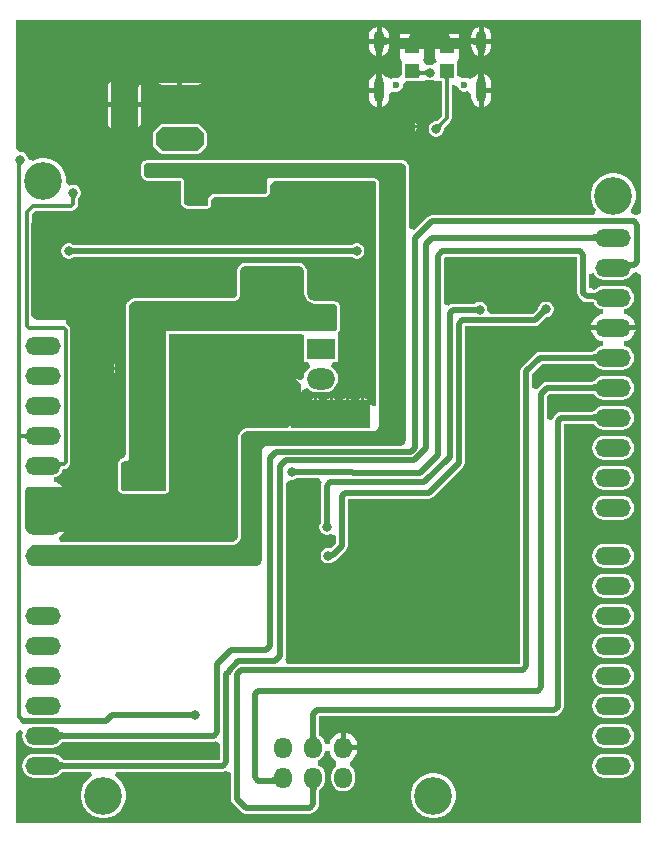
<source format=gbr>
G04*
G04 #@! TF.GenerationSoftware,Altium Limited,Altium Designer,24.2.2 (26)*
G04*
G04 Layer_Physical_Order=2*
G04 Layer_Color=16711680*
%FSLAX44Y44*%
%MOMM*%
G71*
G04*
G04 #@! TF.SameCoordinates,51CCD97A-84F4-4CAB-A56F-F063453576D0*
G04*
G04*
G04 #@! TF.FilePolarity,Positive*
G04*
G01*
G75*
%ADD20R,1.2000X1.2000*%
%ADD66C,0.5000*%
%ADD68C,0.3000*%
%ADD69C,3.2004*%
%ADD70O,3.0000X1.5000*%
%AMCUSTOMSHAPE71*
4,1,8,-1.0000,-1.5250,-0.5000,-2.0250,0.5000,-2.0250,1.0000,-1.5250,1.0000,1.5250,0.5000,2.0250,-0.5000,2.0250,-1.0000,1.5250,-1.0000,-1.5250,0.0*%
%ADD71CUSTOMSHAPE71*%

%AMCUSTOMSHAPE72*
4,1,8,-1.5250,1.0000,-2.0250,0.5000,-2.0250,-0.5000,-1.5250,-1.0000,1.5250,-1.0000,2.0250,-0.5000,2.0250,0.5000,1.5250,1.0000,-1.5250,1.0000,0.0*%
%ADD72CUSTOMSHAPE72*%

%ADD73O,2.4000X1.8000*%
%ADD74R,2.4000X1.8000*%
%ADD75O,0.9000X1.7000*%
%ADD76O,0.9000X2.0000*%
%ADD77C,0.6000*%
%ADD78O,1.5000X1.8000*%
%ADD79C,0.8000*%
%ADD80C,0.7000*%
%ADD81C,1.0000*%
%ADD82C,1.2000*%
G36*
X8972Y561530D02*
X8683Y561374D01*
X8425Y561190D01*
X8197Y560980D01*
X7999Y560743D01*
X7832Y560479D01*
X7696Y560188D01*
X7589Y559870D01*
X7514Y559525D01*
X7469Y559153D01*
X7454Y558754D01*
X4453Y559912D01*
X4445Y560292D01*
X4383Y561029D01*
X4329Y561386D01*
X4175Y562079D01*
X4076Y562414D01*
X3830Y563063D01*
X3685Y563376D01*
X8972Y561530D01*
D02*
G37*
G36*
X54623Y534091D02*
X54402Y533816D01*
X54207Y533526D01*
X54038Y533222D01*
X53895Y532903D01*
X53778Y532571D01*
X53687Y532225D01*
X53622Y531865D01*
X53583Y531490D01*
X53570Y531102D01*
X50570D01*
X50557Y531490D01*
X50518Y531865D01*
X50453Y532225D01*
X50362Y532571D01*
X50245Y532903D01*
X50102Y533222D01*
X49933Y533526D01*
X49738Y533816D01*
X49517Y534091D01*
X49270Y534353D01*
X54870D01*
X54623Y534091D01*
D02*
G37*
G36*
X242569Y683259D02*
X243580Y683260D01*
X244665Y682810D01*
X245008Y683172D01*
X532371D01*
Y520089D01*
X529003Y518029D01*
X525392Y518899D01*
X524379Y521620D01*
X524059Y522600D01*
X526109Y525669D01*
X527542Y529127D01*
X528272Y532799D01*
Y536541D01*
X527542Y540213D01*
X526109Y543671D01*
X524030Y546783D01*
X521383Y549430D01*
X518271Y551509D01*
X514813Y552942D01*
X511142Y553672D01*
X507398D01*
X503727Y552942D01*
X500269Y551509D01*
X497157Y549430D01*
X494510Y546783D01*
X492431Y543671D01*
X490998Y540213D01*
X490268Y536541D01*
Y532799D01*
X490998Y529127D01*
X492431Y525669D01*
X494510Y522557D01*
X494889Y522178D01*
X493232Y518178D01*
X355600D01*
X353649Y517790D01*
X351995Y516685D01*
X340559Y505248D01*
X336559Y506905D01*
X336559Y557529D01*
X336559Y558540D01*
X336559Y558540D01*
X336559Y558540D01*
X336454Y559071D01*
X336366Y559515D01*
X336366Y559515D01*
X336365Y559516D01*
X335592Y561383D01*
X335592Y561383D01*
X335592Y561384D01*
X335293Y561831D01*
X335040Y562210D01*
X335040Y562210D01*
X335039Y562211D01*
X333610Y563640D01*
X333610Y563640D01*
X333610Y563640D01*
X333167Y563936D01*
X332783Y564192D01*
X332783Y564192D01*
X332783Y564192D01*
X330915Y564965D01*
X330915Y564965D01*
X330915Y564966D01*
X330459Y565056D01*
X329940Y565159D01*
X329939Y565159D01*
X329939Y565159D01*
X328932Y565159D01*
X328930Y565159D01*
X115571Y565159D01*
X114813Y565159D01*
X114813Y565159D01*
X114812Y565159D01*
X114318Y565061D01*
X113838Y564966D01*
X113837Y564965D01*
X113837Y564965D01*
X112436Y564385D01*
X112436Y564385D01*
X112436Y564385D01*
X111991Y564088D01*
X111609Y563833D01*
X111609Y563833D01*
X111609Y563833D01*
X110537Y562761D01*
X110537Y562761D01*
X110537Y562760D01*
X110272Y562364D01*
X109984Y561934D01*
X109984Y561934D01*
X109984Y561933D01*
X109404Y560533D01*
X109404Y560532D01*
X109404Y560532D01*
X109315Y560083D01*
X109211Y559557D01*
X109211Y559557D01*
X109211Y559557D01*
X109211Y558798D01*
Y553721D01*
X109211Y552963D01*
X109211Y552962D01*
X109211Y552962D01*
X109317Y552429D01*
X109405Y551987D01*
X109405Y551987D01*
X109405Y551987D01*
X109985Y550587D01*
X109985Y550586D01*
Y550586D01*
X110537Y549759D01*
X110537Y549759D01*
X111609Y548688D01*
X111609Y548687D01*
X111609Y548687D01*
X112019Y548414D01*
X112436Y548135D01*
X112436Y548135D01*
X112436Y548135D01*
X113837Y547555D01*
X113837Y547555D01*
X113837Y547555D01*
X114266Y547469D01*
X114812Y547361D01*
X114812Y547361D01*
X114812Y547361D01*
X115570Y547361D01*
X142115D01*
X142358Y547337D01*
X142913Y547107D01*
X143247Y546773D01*
X143477Y546218D01*
X143501Y545972D01*
Y529591D01*
X143501Y528833D01*
X143501Y528833D01*
X143501Y528832D01*
X143594Y528364D01*
X143694Y527857D01*
X143695Y527857D01*
X143695Y527857D01*
X144275Y526456D01*
X144275Y526456D01*
X144275Y526456D01*
X144614Y525949D01*
X144827Y525629D01*
X144827Y525629D01*
X144827Y525629D01*
X145899Y524557D01*
X145899Y524557D01*
X145899Y524557D01*
X146215Y524346D01*
X146726Y524005D01*
X146726Y524005D01*
X146726Y524005D01*
X148126Y523425D01*
X148127Y523425D01*
X148127Y523425D01*
X148602Y523330D01*
X149102Y523231D01*
X149102Y523231D01*
X149102Y523231D01*
X149860Y523231D01*
X163830D01*
X164335Y523231D01*
X164335Y523231D01*
X164335Y523231D01*
X165310Y523425D01*
X165310Y523425D01*
X165311Y523425D01*
X166244Y523812D01*
X167071Y524364D01*
X167785Y525079D01*
X168338Y525906D01*
X168725Y526839D01*
X168725Y526839D01*
X168725Y526839D01*
X168919Y527814D01*
X168919Y527815D01*
X168919Y527815D01*
X168919Y528318D01*
X168919Y528320D01*
Y530735D01*
X168967Y531225D01*
X169387Y532238D01*
X170071Y532923D01*
X171085Y533343D01*
X171578Y533391D01*
X213360D01*
X213865Y533391D01*
X214841Y533585D01*
X215774Y533972D01*
X216601Y534524D01*
X217316Y535239D01*
X217566Y535614D01*
X217868Y536066D01*
X218255Y536999D01*
X218449Y537975D01*
Y538479D01*
X218449Y538480D01*
X218449Y543411D01*
X222399Y547361D01*
X305945Y547361D01*
X306436Y547313D01*
X307449Y546893D01*
X308133Y546209D01*
X308552Y545196D01*
X308601Y544702D01*
X308601Y356880D01*
X304720Y356593D01*
X304206Y358510D01*
X303530Y359682D01*
X303530Y359410D01*
X303530Y349250D01*
X303530Y340360D01*
X303530Y340360D01*
Y339855D01*
X303143Y338921D01*
X302429Y338207D01*
X301495Y337820D01*
X238760D01*
Y337820D01*
X238255Y337820D01*
X237321Y338207D01*
X236607Y338921D01*
X236220Y339855D01*
Y340360D01*
Y341630D01*
X236196D01*
X234063Y338227D01*
X233442Y337829D01*
X200660Y337829D01*
X199397D01*
X198421Y337635D01*
X196087Y336668D01*
X195261Y336116D01*
X193474Y334329D01*
X192922Y333502D01*
X191955Y331168D01*
X191761Y330193D01*
X191761Y328930D01*
X191761Y328930D01*
Y247713D01*
X191730Y247092D01*
X191476Y245813D01*
X191001Y244667D01*
X190312Y243635D01*
X189435Y242758D01*
X188403Y242069D01*
X187257Y241594D01*
X185979Y241339D01*
X185357Y241309D01*
X40968Y241309D01*
X40039Y244951D01*
X40079Y245309D01*
X42372Y247068D01*
X44215Y249470D01*
X44513Y250190D01*
X15240D01*
X15240D01*
X14482Y250190D01*
X13082Y250770D01*
X12010Y251842D01*
X11430Y253242D01*
X11430Y254000D01*
Y284480D01*
X11430Y285238D01*
X12010Y286638D01*
X13082Y287710D01*
X14482Y288290D01*
X15240Y288290D01*
X41909D01*
X42656Y288326D01*
X42773Y288350D01*
X42372Y288872D01*
X39970Y290715D01*
X37172Y291874D01*
X35385Y292109D01*
Y296144D01*
X36781Y296327D01*
X39213Y297335D01*
X41302Y298938D01*
X42905Y301027D01*
X43793Y303169D01*
X43962D01*
X43963Y303169D01*
X45523Y303480D01*
X46846Y304364D01*
X48604Y306121D01*
X48604Y306121D01*
X49488Y307445D01*
X49530Y307656D01*
X49530Y422502D01*
X49488Y422713D01*
X48604Y424036D01*
X48604Y424036D01*
X46846Y425794D01*
X46307Y426154D01*
X45795Y429016D01*
X45441Y429162D01*
X44450Y429260D01*
X22860Y429260D01*
X22860Y429260D01*
X21597D01*
X19263Y430227D01*
X17477Y432013D01*
X16510Y434347D01*
Y435610D01*
Y510540D01*
X16510Y511415D01*
X16778Y512765D01*
Y519011D01*
X19364Y521596D01*
X50354Y521835D01*
X51116Y521993D01*
X51883Y522146D01*
X51896Y522155D01*
X51912Y522158D01*
X52558Y522597D01*
X53206Y523030D01*
X54954Y524777D01*
X54954Y524778D01*
X55838Y526101D01*
X56148Y527661D01*
Y531511D01*
X56178Y531674D01*
X56217Y531823D01*
X56264Y531956D01*
X56318Y532078D01*
X56382Y532193D01*
X56458Y532305D01*
X56548Y532418D01*
X56724Y532604D01*
X56838Y532785D01*
X57271Y533219D01*
X58127Y534701D01*
X58570Y536354D01*
Y538066D01*
X58127Y539719D01*
X57271Y541201D01*
X56061Y542411D01*
X54579Y543267D01*
X52926Y543710D01*
X51214D01*
X49561Y543267D01*
X49274Y543101D01*
X45858Y545155D01*
X45654Y545407D01*
X45672Y545499D01*
Y549241D01*
X44942Y552913D01*
X43509Y556371D01*
X41430Y559483D01*
X38783Y562130D01*
X35671Y564209D01*
X32213Y565642D01*
X28542Y566372D01*
X24799D01*
X21127Y565642D01*
X17669Y564209D01*
X14132Y565839D01*
X13677Y566353D01*
X13327Y567659D01*
X12471Y569141D01*
X11261Y570351D01*
X9779Y571207D01*
X8126Y571650D01*
X6414D01*
X3568Y574950D01*
Y683172D01*
X88694D01*
X88907Y683260D01*
X242570D01*
X242569Y683259D01*
D02*
G37*
G36*
X496234Y494129D02*
X496169Y494601D01*
X495974Y495022D01*
X495648Y495395D01*
X495192Y495717D01*
X494606Y495990D01*
X493890Y496213D01*
X493044Y496387D01*
X492067Y496511D01*
X490960Y496585D01*
X489723Y496610D01*
Y501610D01*
X490960Y501635D01*
X493044Y501833D01*
X493890Y502007D01*
X494606Y502230D01*
X495192Y502503D01*
X495648Y502826D01*
X495974Y503198D01*
X496169Y503619D01*
X496234Y504091D01*
Y494129D01*
D02*
G37*
G36*
X522699Y478242D02*
X522825Y478217D01*
X523030Y478195D01*
X523675Y478160D01*
X526661Y478123D01*
Y473123D01*
X526180Y473122D01*
X524188Y472991D01*
X524171Y472961D01*
X522651Y478270D01*
X522699Y478242D01*
D02*
G37*
G36*
X495321Y444594D02*
X495364Y445067D01*
X495266Y445489D01*
X495026Y445862D01*
X494644Y446185D01*
X494122Y446459D01*
X493457Y446682D01*
X492652Y446856D01*
X491704Y446981D01*
X490616Y447055D01*
X489385Y447080D01*
X490316Y452080D01*
X491158Y452105D01*
X491975Y452179D01*
X492766Y452302D01*
X493532Y452475D01*
X494274Y452698D01*
X494990Y452970D01*
X495680Y453291D01*
X496345Y453661D01*
X496985Y454081D01*
X497600Y454551D01*
X495321Y444594D01*
D02*
G37*
G36*
X393383Y435350D02*
X393304Y435407D01*
X393183Y435458D01*
X393020Y435503D01*
X392816Y435542D01*
X392570Y435575D01*
X391954Y435623D01*
X390718Y435650D01*
Y440650D01*
X391171Y440653D01*
X392816Y440758D01*
X393020Y440797D01*
X393183Y440842D01*
X393304Y440893D01*
X393383Y440950D01*
Y435350D01*
D02*
G37*
G36*
X452174Y434304D02*
X452077Y434288D01*
X451956Y434239D01*
X451809Y434155D01*
X451637Y434039D01*
X451440Y433888D01*
X450970Y433486D01*
X450077Y432631D01*
X446541Y436167D01*
X446860Y436490D01*
X447948Y437727D01*
X448065Y437899D01*
X448149Y438046D01*
X448198Y438167D01*
X448214Y438264D01*
X452174Y434304D01*
D02*
G37*
G36*
X496234Y392529D02*
X496169Y393001D01*
X495974Y393422D01*
X495648Y393795D01*
X495192Y394117D01*
X494606Y394390D01*
X493890Y394613D01*
X493044Y394787D01*
X492067Y394911D01*
X490960Y394985D01*
X489723Y395010D01*
Y400010D01*
X490960Y400035D01*
X493044Y400233D01*
X493890Y400407D01*
X494606Y400630D01*
X495192Y400903D01*
X495648Y401226D01*
X495974Y401598D01*
X496169Y402019D01*
X496234Y402491D01*
Y392529D01*
D02*
G37*
G36*
X478772Y452509D02*
X479160Y450558D01*
X480265Y448904D01*
X483194Y445975D01*
X484848Y444870D01*
X486799Y444482D01*
X490881D01*
X491451Y444443D01*
X492216Y444343D01*
X492626Y444254D01*
X493035Y443267D01*
X494638Y441178D01*
X496727Y439575D01*
X499160Y438567D01*
X500555Y438384D01*
Y434349D01*
X498768Y434114D01*
X495970Y432955D01*
X493568Y431112D01*
X491725Y428710D01*
X490566Y425912D01*
X490434Y424910D01*
X528106D01*
X527974Y425912D01*
X526815Y428710D01*
X524972Y431112D01*
X522570Y432955D01*
X519772Y434114D01*
X517985Y434349D01*
Y438384D01*
X519380Y438567D01*
X521813Y439575D01*
X523902Y441178D01*
X525505Y443267D01*
X526513Y445700D01*
X526856Y448310D01*
X526513Y450920D01*
X525505Y453353D01*
X523902Y455442D01*
X521813Y457045D01*
X519380Y458053D01*
X516770Y458396D01*
X501770D01*
X499160Y458053D01*
X496727Y457045D01*
X496334Y456744D01*
X496245Y456710D01*
X496159Y456629D01*
X496053Y456577D01*
X495511Y456162D01*
X495024Y455843D01*
X494521Y455563D01*
X493998Y455320D01*
X493454Y455113D01*
X492885Y454942D01*
X490556Y456158D01*
X489720Y456809D01*
X488968Y457622D01*
Y468033D01*
X492968Y468829D01*
X493035Y468667D01*
X494638Y466578D01*
X496727Y464975D01*
X499160Y463967D01*
X501770Y463624D01*
X516770D01*
X519380Y463967D01*
X521813Y464975D01*
X523902Y466578D01*
X525505Y468667D01*
X525583Y468855D01*
X528850Y469769D01*
X532371Y467270D01*
Y3569D01*
X3569D01*
Y80041D01*
X7205Y82683D01*
X9427Y80080D01*
X9084Y77470D01*
X9427Y74859D01*
X10435Y72427D01*
X12038Y70338D01*
X14127Y68735D01*
X16559Y67727D01*
X19170Y67384D01*
X34170D01*
X36781Y67727D01*
X39213Y68735D01*
X41302Y70338D01*
X42646Y72089D01*
X42687Y72102D01*
X43274Y72222D01*
X44847Y72372D01*
X171061D01*
X172512Y72661D01*
X173659Y72303D01*
X176512Y70288D01*
Y57168D01*
X44706D01*
X44120Y57207D01*
X43314Y57310D01*
X42687Y57438D01*
X42646Y57451D01*
X41302Y59202D01*
X39213Y60805D01*
X36781Y61813D01*
X34170Y62156D01*
X19170D01*
X16559Y61813D01*
X14127Y60805D01*
X12038Y59202D01*
X10435Y57113D01*
X9427Y54681D01*
X9084Y52070D01*
X9427Y49460D01*
X10435Y47027D01*
X12038Y44938D01*
X14127Y43335D01*
X16559Y42327D01*
X19170Y41984D01*
X34170D01*
X36781Y42327D01*
X39213Y43335D01*
X41302Y44938D01*
X42646Y46689D01*
X42687Y46702D01*
X43274Y46822D01*
X44847Y46972D01*
X66706D01*
X67063Y46271D01*
X67665Y42972D01*
X65357Y41430D01*
X62710Y38783D01*
X60631Y35671D01*
X59198Y32213D01*
X58468Y28542D01*
Y24799D01*
X59198Y21127D01*
X60631Y17669D01*
X62710Y14557D01*
X65357Y11910D01*
X68469Y9831D01*
X71927Y8398D01*
X75599Y7668D01*
X79342D01*
X83013Y8398D01*
X86471Y9831D01*
X89583Y11910D01*
X92230Y14557D01*
X94309Y17669D01*
X95742Y21127D01*
X96472Y24799D01*
Y28542D01*
X95742Y32213D01*
X94309Y35671D01*
X92230Y38783D01*
X89583Y41430D01*
X87275Y42972D01*
X87877Y46271D01*
X88234Y46972D01*
X178681D01*
X180632Y47360D01*
X181402Y47875D01*
X184216Y46891D01*
X185402Y45925D01*
Y24130D01*
X185790Y22179D01*
X186895Y20525D01*
X194515Y12905D01*
X196169Y11800D01*
X198120Y11412D01*
X252341D01*
X254292Y11800D01*
X255946Y12905D01*
X258875Y15834D01*
X259980Y17488D01*
X260368Y19439D01*
Y29874D01*
X260407Y30460D01*
X260510Y31266D01*
X260638Y31893D01*
X260651Y31934D01*
X262402Y33278D01*
X264005Y35367D01*
X265013Y37799D01*
X265356Y40410D01*
Y43410D01*
X265013Y46020D01*
X264005Y48453D01*
X262402Y50542D01*
X260313Y52145D01*
X259588Y52445D01*
Y56775D01*
X260313Y57075D01*
X262402Y58678D01*
X264005Y60767D01*
X265013Y63200D01*
X265196Y64595D01*
X269231D01*
X269466Y62808D01*
X270625Y60010D01*
X272468Y57608D01*
X274535Y56022D01*
X274848Y54909D01*
X274761Y51481D01*
X273538Y50542D01*
X271935Y48453D01*
X270927Y46020D01*
X270584Y43410D01*
Y40410D01*
X270927Y37799D01*
X271935Y35367D01*
X273538Y33278D01*
X275627Y31675D01*
X278060Y30668D01*
X280670Y30324D01*
X283281Y30668D01*
X285713Y31675D01*
X287802Y33278D01*
X289405Y35367D01*
X290413Y37799D01*
X290756Y40410D01*
Y43410D01*
X290413Y46020D01*
X289405Y48453D01*
X287802Y50542D01*
X286579Y51480D01*
X286492Y54909D01*
X286805Y56022D01*
X288872Y57608D01*
X290715Y60010D01*
X291874Y62808D01*
X292203Y65310D01*
X280670D01*
Y67310D01*
X278670D01*
Y80146D01*
X277668Y80014D01*
X274870Y78855D01*
X272468Y77012D01*
X270625Y74610D01*
X269466Y71812D01*
X269231Y70025D01*
X265196D01*
X265013Y71420D01*
X264005Y73853D01*
X262402Y75942D01*
X260651Y77285D01*
X260638Y77327D01*
X260518Y77915D01*
X260368Y79487D01*
Y93962D01*
X459351D01*
X461302Y94350D01*
X462956Y95455D01*
X465885Y98384D01*
X466990Y100038D01*
X467378Y101989D01*
Y341612D01*
X491234D01*
X491820Y341573D01*
X492626Y341470D01*
X493253Y341342D01*
X493294Y341329D01*
X494638Y339578D01*
X496727Y337975D01*
X499160Y336967D01*
X501770Y336624D01*
X516770D01*
X519380Y336967D01*
X521813Y337975D01*
X523902Y339578D01*
X525505Y341667D01*
X526513Y344100D01*
X526856Y346710D01*
X526513Y349320D01*
X525505Y351753D01*
X523902Y353842D01*
X521813Y355445D01*
X519380Y356453D01*
X516770Y356796D01*
X501770D01*
X499160Y356453D01*
X496727Y355445D01*
X494638Y353842D01*
X493294Y352091D01*
X493253Y352078D01*
X492665Y351958D01*
X491093Y351808D01*
X465209D01*
X463258Y351420D01*
X461604Y350315D01*
X458675Y347386D01*
X457570Y345732D01*
X457408Y344917D01*
X453408Y345311D01*
Y364918D01*
X455502Y367012D01*
X491234D01*
X491820Y366973D01*
X492626Y366870D01*
X493253Y366742D01*
X493294Y366729D01*
X494638Y364978D01*
X496727Y363375D01*
X499160Y362367D01*
X501770Y362024D01*
X516770D01*
X519380Y362367D01*
X521813Y363375D01*
X523902Y364978D01*
X525505Y367067D01*
X526513Y369500D01*
X526856Y372110D01*
X526513Y374720D01*
X525505Y377153D01*
X523902Y379242D01*
X521813Y380845D01*
X519380Y381853D01*
X516770Y382196D01*
X501770D01*
X499160Y381853D01*
X496727Y380845D01*
X494638Y379242D01*
X493294Y377491D01*
X493253Y377478D01*
X492665Y377358D01*
X491093Y377208D01*
X453390D01*
X451439Y376820D01*
X449785Y375715D01*
X444708Y370638D01*
X444696Y370638D01*
X440708Y371852D01*
Y383968D01*
X449152Y392412D01*
X491234D01*
X491820Y392373D01*
X492626Y392270D01*
X493253Y392142D01*
X493294Y392129D01*
X494638Y390378D01*
X496727Y388775D01*
X499160Y387767D01*
X501770Y387424D01*
X516770D01*
X519380Y387767D01*
X521813Y388775D01*
X523902Y390378D01*
X525505Y392467D01*
X526513Y394899D01*
X526856Y397510D01*
X526513Y400121D01*
X525505Y402553D01*
X523902Y404642D01*
X521813Y406245D01*
X519380Y407253D01*
X517985Y407436D01*
Y411471D01*
X519772Y411706D01*
X522570Y412865D01*
X524972Y414708D01*
X526815Y417110D01*
X527974Y419908D01*
X528106Y420910D01*
X490434D01*
X490566Y419908D01*
X491725Y417110D01*
X493568Y414708D01*
X495970Y412865D01*
X498768Y411706D01*
X500555Y411471D01*
Y407436D01*
X499160Y407253D01*
X496727Y406245D01*
X494638Y404642D01*
X493294Y402891D01*
X493253Y402878D01*
X492665Y402758D01*
X491093Y402608D01*
X447040D01*
X445089Y402220D01*
X443435Y401115D01*
X432005Y389685D01*
X430900Y388031D01*
X430512Y386080D01*
Y138448D01*
X232923D01*
X231525Y142448D01*
X232040Y143218D01*
X232428Y145169D01*
Y291398D01*
X233110Y292238D01*
X236428Y294155D01*
X236634Y294100D01*
X238346D01*
X239999Y294543D01*
X241481Y295399D01*
X241562Y295479D01*
X241920Y295502D01*
X260523D01*
X262244Y291502D01*
X261990Y291122D01*
X261602Y289171D01*
Y257749D01*
X260951Y256621D01*
X260508Y254967D01*
Y253256D01*
X260951Y251603D01*
X261807Y250121D01*
X263017Y248910D01*
X264499Y248055D01*
X266152Y247612D01*
X267864D01*
X269517Y248055D01*
X270302Y248508D01*
X272720Y247684D01*
X274302Y246557D01*
Y240303D01*
X270043Y236044D01*
X268826Y236370D01*
X267114D01*
X265461Y235927D01*
X263979Y235071D01*
X262769Y233861D01*
X261913Y232379D01*
X261470Y230726D01*
Y229014D01*
X261913Y227361D01*
X262769Y225879D01*
X263979Y224669D01*
X265461Y223813D01*
X267114Y223370D01*
X268826D01*
X270479Y223813D01*
X271961Y224669D01*
X272883Y225591D01*
X273604Y225734D01*
X275258Y226839D01*
X283005Y234586D01*
X284110Y236240D01*
X284498Y238191D01*
Y278112D01*
X353060D01*
X355011Y278500D01*
X356665Y279605D01*
X382065Y305005D01*
X383170Y306659D01*
X383558Y308610D01*
Y424162D01*
X443170D01*
X445121Y424550D01*
X446775Y425655D01*
X452918Y431798D01*
X452925Y431804D01*
X453070D01*
X454723Y432247D01*
X456205Y433103D01*
X457415Y434313D01*
X458271Y435795D01*
X458714Y437448D01*
Y439160D01*
X458271Y440813D01*
X457415Y442295D01*
X456205Y443505D01*
X454723Y444361D01*
X453070Y444804D01*
X451358D01*
X449705Y444361D01*
X448223Y443505D01*
X447013Y442295D01*
X446157Y440813D01*
X445714Y439160D01*
Y439046D01*
X445477Y438777D01*
X441058Y434358D01*
X405970D01*
X402740Y437294D01*
Y439006D01*
X402297Y440659D01*
X401441Y442141D01*
X400231Y443351D01*
X398749Y444207D01*
X397096Y444650D01*
X395384D01*
X393731Y444207D01*
X392249Y443351D01*
X392169Y443271D01*
X391810Y443248D01*
X373769D01*
X371818Y442860D01*
X370164Y441755D01*
X369778Y441369D01*
X365778Y443026D01*
Y481758D01*
X366602Y482582D01*
X478772D01*
Y452509D01*
D02*
G37*
G36*
X496234Y367129D02*
X496169Y367601D01*
X495974Y368022D01*
X495648Y368395D01*
X495192Y368717D01*
X494606Y368990D01*
X493890Y369213D01*
X493044Y369387D01*
X492067Y369511D01*
X490960Y369585D01*
X489723Y369610D01*
Y374610D01*
X490960Y374635D01*
X493044Y374833D01*
X493890Y375007D01*
X494606Y375230D01*
X495192Y375503D01*
X495648Y375826D01*
X495974Y376198D01*
X496169Y376619D01*
X496234Y377091D01*
Y367129D01*
D02*
G37*
G36*
Y341729D02*
X496169Y342201D01*
X495974Y342622D01*
X495648Y342994D01*
X495192Y343317D01*
X494606Y343590D01*
X493890Y343813D01*
X493044Y343987D01*
X492067Y344111D01*
X490960Y344185D01*
X489723Y344210D01*
Y349210D01*
X490960Y349235D01*
X493044Y349433D01*
X493890Y349607D01*
X494606Y349830D01*
X495192Y350103D01*
X495648Y350425D01*
X495974Y350798D01*
X496169Y351219D01*
X496234Y351691D01*
Y341729D01*
D02*
G37*
G36*
X24514Y329312D02*
X24414Y329363D01*
X24219Y329409D01*
X23930Y329449D01*
X23071Y329514D01*
X19281Y329581D01*
Y332581D01*
X24514Y332850D01*
Y329312D01*
D02*
G37*
G36*
X115570Y562610D02*
X328930Y562610D01*
X328930Y562610D01*
X329940Y562610D01*
X331808Y561837D01*
X333237Y560408D01*
X334010Y558541D01*
X334010Y557530D01*
X334010Y328930D01*
X334010Y328930D01*
X334010Y327667D01*
X333043Y325333D01*
X331257Y323547D01*
X328923Y322580D01*
X215900D01*
X215900Y322580D01*
X215157Y322507D01*
X213783Y321938D01*
X212732Y320887D01*
X212163Y319513D01*
X212090Y318770D01*
X212090Y227330D01*
X212088Y227328D01*
X212088Y226065D01*
X211122Y223732D01*
X209336Y221946D01*
X207003Y220980D01*
X17022D01*
X15622Y221560D01*
X14550Y222632D01*
X13970Y224032D01*
Y224790D01*
Y233681D01*
X13969Y234692D01*
X14742Y236559D01*
X16172Y237988D01*
X18039Y238761D01*
X19050Y238760D01*
X185420Y238760D01*
X186291Y238803D01*
X188001Y239143D01*
X189611Y239810D01*
X191060Y240778D01*
X192292Y242010D01*
X193260Y243459D01*
X193927Y245069D01*
X194267Y246779D01*
X194310Y247650D01*
Y328930D01*
X194310Y328930D01*
X194310Y330193D01*
X195277Y332527D01*
X197063Y334313D01*
X199397Y335280D01*
X200660D01*
X306070Y335280D01*
X306070D01*
X307061Y335378D01*
X308892Y336136D01*
X310294Y337538D01*
X311052Y339369D01*
X311150Y340360D01*
X311150Y544830D01*
X311150Y544830D01*
X311052Y545821D01*
X310294Y547653D01*
X308893Y549054D01*
X307061Y549813D01*
X306070Y549910D01*
X218440Y549910D01*
X218440Y549910D01*
X217944Y549861D01*
X217029Y549482D01*
X216328Y548781D01*
X215949Y547865D01*
X215900Y547370D01*
X215900Y538480D01*
X215900Y538480D01*
Y537975D01*
X215513Y537041D01*
X214799Y536327D01*
X213865Y535940D01*
X213360Y535940D01*
X171450D01*
X171450Y535940D01*
X170459Y535842D01*
X168628Y535084D01*
X167226Y533682D01*
X166468Y531851D01*
X166370Y530860D01*
Y528320D01*
X166370Y528320D01*
X166370Y527814D01*
X165983Y526881D01*
X165269Y526167D01*
X164335Y525780D01*
X163830Y525780D01*
X149860D01*
X149102Y525780D01*
X147701Y526360D01*
X146630Y527431D01*
X146050Y528832D01*
X146050Y529590D01*
Y546100D01*
X146050Y546100D01*
X145977Y546843D01*
X145408Y548217D01*
X144357Y549268D01*
X142983Y549837D01*
X142240Y549910D01*
X115570D01*
X114812Y549910D01*
X113412Y550490D01*
X112340Y551562D01*
X111760Y552962D01*
X111760Y553720D01*
Y558800D01*
X111760Y559558D01*
X112339Y560958D01*
X113411Y562030D01*
X114812Y562610D01*
X115570Y562610D01*
D02*
G37*
G36*
X12539Y328095D02*
X12487Y328378D01*
X12367Y328630D01*
X12178Y328853D01*
X11920Y329046D01*
X11595Y329210D01*
X11200Y329343D01*
X10737Y329447D01*
X10206Y329522D01*
X9606Y329566D01*
X8937Y329581D01*
X8774Y332581D01*
X9438Y332596D01*
X10030Y332641D01*
X10551Y332715D01*
X11000Y332820D01*
X11377Y332954D01*
X11682Y333118D01*
X11916Y333312D01*
X12077Y333535D01*
X12167Y333789D01*
X12186Y334072D01*
X12539Y328095D01*
D02*
G37*
G36*
X40759Y309468D02*
X40878Y309317D01*
X41057Y309183D01*
X41294Y309068D01*
X41591Y308970D01*
X41947Y308890D01*
X42362Y308828D01*
X42837Y308783D01*
X43963Y308748D01*
Y305748D01*
X43471Y305739D01*
X42654Y305667D01*
X42328Y305604D01*
X42056Y305523D01*
X41840Y305424D01*
X41679Y305307D01*
X41572Y305172D01*
X41521Y305019D01*
X41525Y304848D01*
X40699Y309636D01*
X40759Y309468D01*
D02*
G37*
G36*
X240426Y303343D02*
X240547Y303292D01*
X240710Y303247D01*
X240914Y303208D01*
X241160Y303175D01*
X241776Y303127D01*
X243013Y303100D01*
Y298100D01*
X242559Y298097D01*
X240914Y297992D01*
X240710Y297953D01*
X240547Y297908D01*
X240426Y297857D01*
X240347Y297800D01*
Y303400D01*
X240426Y303343D01*
D02*
G37*
G36*
X269204Y259405D02*
X269295Y258005D01*
X269337Y257757D01*
X269386Y257550D01*
X269443Y257384D01*
X269508Y257259D01*
X269580Y257175D01*
X263996Y256744D01*
X264035Y256812D01*
X264070Y256924D01*
X264100Y257078D01*
X264127Y257275D01*
X264167Y257798D01*
X264200Y259361D01*
X269200Y259857D01*
X269204Y259405D01*
D02*
G37*
G36*
X275352Y230608D02*
X271471Y227934D01*
X270201Y233190D01*
X270294Y233156D01*
X270411Y233161D01*
X270554Y233205D01*
X270723Y233288D01*
X270917Y233410D01*
X271138Y233570D01*
X271654Y234008D01*
X272274Y234601D01*
X275352Y230608D01*
D02*
G37*
G36*
X152083Y92450D02*
X152004Y92507D01*
X151883Y92558D01*
X151720Y92603D01*
X151516Y92642D01*
X151270Y92675D01*
X150654Y92723D01*
X149417Y92750D01*
Y97750D01*
X149871Y97753D01*
X151516Y97858D01*
X151720Y97897D01*
X151883Y97942D01*
X152004Y97993D01*
X152083Y98050D01*
Y92450D01*
D02*
G37*
G36*
X7857Y93720D02*
X8513Y93169D01*
X8717Y93028D01*
X8914Y92909D01*
X9103Y92811D01*
X9285Y92734D01*
X9459Y92679D01*
X9626Y92646D01*
X6803Y89823D01*
X6770Y89990D01*
X6715Y90164D01*
X6638Y90346D01*
X6540Y90535D01*
X6421Y90732D01*
X6280Y90936D01*
X5934Y91366D01*
X5729Y91592D01*
X5502Y91826D01*
X7623Y93947D01*
X7857Y93720D01*
D02*
G37*
G36*
X257795Y79620D02*
X257993Y77537D01*
X258167Y76690D01*
X258390Y75974D01*
X258663Y75388D01*
X258986Y74932D01*
X259358Y74606D01*
X259779Y74411D01*
X260251Y74346D01*
X250289D01*
X250761Y74411D01*
X251182Y74606D01*
X251555Y74932D01*
X251877Y75388D01*
X252150Y75974D01*
X252373Y76690D01*
X252547Y77537D01*
X252671Y78513D01*
X252745Y79620D01*
X252770Y80857D01*
X257770D01*
X257795Y79620D01*
D02*
G37*
G36*
X39771Y81979D02*
X39966Y81558D01*
X40292Y81186D01*
X40748Y80863D01*
X41334Y80590D01*
X42050Y80367D01*
X42896Y80193D01*
X43873Y80069D01*
X44980Y79995D01*
X46217Y79970D01*
Y74970D01*
X44980Y74945D01*
X42896Y74747D01*
X42050Y74573D01*
X41334Y74350D01*
X40748Y74077D01*
X40292Y73755D01*
X39966Y73382D01*
X39771Y72961D01*
X39706Y72489D01*
Y82451D01*
X39771Y81979D01*
D02*
G37*
G36*
Y56579D02*
X39966Y56158D01*
X40292Y55785D01*
X40748Y55463D01*
X41334Y55190D01*
X42050Y54967D01*
X42896Y54793D01*
X43873Y54669D01*
X44980Y54595D01*
X46217Y54570D01*
Y49570D01*
X44980Y49545D01*
X42896Y49347D01*
X42050Y49173D01*
X41334Y48950D01*
X40748Y48677D01*
X40292Y48355D01*
X39966Y47982D01*
X39771Y47561D01*
X39706Y47089D01*
Y57051D01*
X39771Y56579D01*
D02*
G37*
G36*
X225475Y34394D02*
X225270Y34864D01*
X224950Y35285D01*
X224517Y35656D01*
X223970Y35979D01*
X223309Y36251D01*
X222533Y36474D01*
X221644Y36647D01*
X220641Y36771D01*
X219524Y36845D01*
X218293Y36870D01*
X217364Y41870D01*
X218473Y41895D01*
X219449Y41970D01*
X220292Y42095D01*
X221003Y42270D01*
X221582Y42494D01*
X222028Y42769D01*
X222342Y43094D01*
X222523Y43468D01*
X222572Y43893D01*
X222489Y44367D01*
X225475Y34394D01*
D02*
G37*
G36*
X259779Y34809D02*
X259358Y34614D01*
X258986Y34288D01*
X258663Y33832D01*
X258390Y33246D01*
X258167Y32530D01*
X257993Y31683D01*
X257869Y30707D01*
X257795Y29600D01*
X257770Y28363D01*
X252770D01*
X252745Y29600D01*
X252547Y31683D01*
X252373Y32530D01*
X252150Y33246D01*
X251877Y33832D01*
X251555Y34288D01*
X251182Y34614D01*
X250761Y34809D01*
X250289Y34874D01*
X260251D01*
X259779Y34809D01*
D02*
G37*
%LPC*%
G36*
X313080Y677790D02*
Y667480D01*
X315426D01*
Y670476D01*
X315478Y670002D01*
X315633Y669577D01*
X315891Y669203D01*
X316252Y668879D01*
X316717Y668604D01*
X317285Y668379D01*
X317955Y668205D01*
X318730Y668080D01*
X319607Y668005D01*
X319653Y668004D01*
Y669480D01*
X319361Y671699D01*
X318505Y673767D01*
X317142Y675542D01*
X315367Y676905D01*
X313299Y677761D01*
X313080Y677790D01*
D02*
G37*
G36*
X399580D02*
Y667480D01*
X406153D01*
Y669480D01*
X405861Y671699D01*
X405005Y673767D01*
X403642Y675542D01*
X401867Y676905D01*
X399799Y677761D01*
X399580Y677790D01*
D02*
G37*
G36*
X395580D02*
X395361Y677761D01*
X393293Y676905D01*
X391518Y675542D01*
X390155Y673767D01*
X389299Y671699D01*
X389007Y669480D01*
Y668004D01*
X389053Y668005D01*
X389930Y668080D01*
X390704Y668205D01*
X391376Y668379D01*
X391943Y668604D01*
X392408Y668879D01*
X392769Y669203D01*
X393027Y669577D01*
X393182Y670002D01*
X393234Y670476D01*
Y667480D01*
X395580D01*
Y677790D01*
D02*
G37*
G36*
X309080D02*
X308861Y677761D01*
X306793Y676905D01*
X305018Y675542D01*
X303655Y673767D01*
X302799Y671699D01*
X302507Y669480D01*
Y667480D01*
X309080D01*
Y677790D01*
D02*
G37*
G36*
X378300Y671130D02*
X370300D01*
Y663130D01*
X374251D01*
X374269Y667100D01*
X378300Y667809D01*
Y671130D01*
D02*
G37*
G36*
X366300D02*
X358300D01*
Y667809D01*
X362331Y667100D01*
X362349Y663130D01*
X366300D01*
Y671130D01*
D02*
G37*
G36*
X349090Y671130D02*
X341090D01*
Y663130D01*
X345041D01*
X345060Y667100D01*
X349090Y667809D01*
Y671130D01*
D02*
G37*
G36*
X337090D02*
X329090D01*
Y667809D01*
X333120Y667100D01*
X333139Y663130D01*
X337090D01*
Y671130D01*
D02*
G37*
G36*
X395580Y663480D02*
X393234D01*
Y660484D01*
X393182Y660958D01*
X393027Y661383D01*
X392769Y661757D01*
X392408Y662081D01*
X391943Y662356D01*
X391376Y662581D01*
X390704Y662755D01*
X389930Y662880D01*
X389053Y662955D01*
X389007Y662956D01*
Y661480D01*
X389299Y659261D01*
X390155Y657193D01*
X391518Y655418D01*
X393293Y654055D01*
X395071Y653319D01*
X395066Y653663D01*
X394954Y655291D01*
X394855Y656022D01*
X394575Y657314D01*
X394392Y657876D01*
X394181Y658382D01*
X393943Y658832D01*
X393676Y659226D01*
X395580D01*
Y663480D01*
D02*
G37*
G36*
X406153D02*
X399580D01*
Y659226D01*
X401484D01*
X401217Y658832D01*
X400979Y658382D01*
X400768Y657876D01*
X400586Y657314D01*
X400431Y656696D01*
X400305Y656022D01*
X400136Y654505D01*
X400094Y653663D01*
X400089Y653319D01*
X401867Y654055D01*
X403642Y655418D01*
X405005Y657193D01*
X405861Y659261D01*
X406153Y661480D01*
Y663480D01*
D02*
G37*
G36*
X315426D02*
X313080D01*
Y659226D01*
X314984D01*
X314717Y658832D01*
X314479Y658382D01*
X314268Y657876D01*
X314086Y657314D01*
X313931Y656696D01*
X313805Y656022D01*
X313636Y654505D01*
X313594Y653663D01*
X313589Y653319D01*
X315367Y654055D01*
X317142Y655418D01*
X318505Y657193D01*
X319361Y659261D01*
X319653Y661480D01*
Y662956D01*
X319607Y662955D01*
X318730Y662880D01*
X317955Y662755D01*
X317285Y662581D01*
X316717Y662356D01*
X316252Y662081D01*
X315891Y661757D01*
X315633Y661383D01*
X315478Y660958D01*
X315426Y660484D01*
Y663480D01*
D02*
G37*
G36*
X309080D02*
X302507D01*
Y661480D01*
X302799Y659261D01*
X303655Y657193D01*
X305018Y655418D01*
X306793Y654055D01*
X308571Y653319D01*
X308566Y653663D01*
X308454Y655291D01*
X308355Y656022D01*
X308074Y657314D01*
X307892Y657876D01*
X307681Y658382D01*
X307443Y658832D01*
X307176Y659226D01*
X309080D01*
Y663480D01*
D02*
G37*
G36*
X378300Y659130D02*
X368300D01*
X358300D01*
Y652009D01*
X358300Y651130D01*
X359792Y647769D01*
X358652Y646648D01*
X355800Y645145D01*
X355186Y645310D01*
X353474D01*
X351821Y644867D01*
X349343Y647876D01*
X348550Y649913D01*
X349090Y651130D01*
X349090Y652009D01*
Y659130D01*
X339090D01*
X329090D01*
Y652009D01*
X329090Y651130D01*
X330590Y647751D01*
X330590Y647130D01*
Y637248D01*
X329598Y636210D01*
X326590Y634581D01*
X326220Y634680D01*
X324640D01*
X323114Y634271D01*
X322653Y634005D01*
X320698Y633798D01*
X317610Y634733D01*
X317142Y635342D01*
X315367Y636705D01*
X313589Y637441D01*
X313594Y637097D01*
X313706Y635469D01*
X313805Y634738D01*
X314086Y633446D01*
X314268Y632884D01*
X314479Y632378D01*
X314717Y631928D01*
X314984Y631534D01*
X313080D01*
Y623780D01*
Y609970D01*
X313299Y609999D01*
X315367Y610855D01*
X317142Y612218D01*
X318505Y613993D01*
X319361Y616061D01*
X319653Y618280D01*
Y620535D01*
X321669Y622023D01*
X323653Y622944D01*
X324640Y622680D01*
X326220D01*
X327746Y623089D01*
X329114Y623879D01*
X330231Y624996D01*
X331021Y626364D01*
X331430Y627890D01*
X331430Y629470D01*
X334992Y631630D01*
X347590D01*
Y631630D01*
X351590Y632886D01*
X351821Y632753D01*
X353474Y632310D01*
X355186D01*
X355800Y632475D01*
X359800Y631630D01*
X359800Y631630D01*
X364222D01*
Y601737D01*
X360556Y598071D01*
X360420Y597976D01*
X360287Y597899D01*
X360160Y597838D01*
X360035Y597790D01*
X359908Y597754D01*
X359776Y597728D01*
X359632Y597713D01*
X359376Y597705D01*
X359168Y597657D01*
X358554D01*
X356901Y597214D01*
X355419Y596359D01*
X354209Y595148D01*
X353353Y593666D01*
X352910Y592013D01*
Y590302D01*
X353353Y588648D01*
X354209Y587166D01*
X355419Y585956D01*
X356901Y585100D01*
X358554Y584657D01*
X360266D01*
X361919Y585100D01*
X363401Y585956D01*
X364611Y587166D01*
X365467Y588648D01*
X365910Y590302D01*
Y590915D01*
X365958Y591123D01*
X365965Y591380D01*
X365981Y591523D01*
X366007Y591656D01*
X366043Y591782D01*
X366091Y591907D01*
X366152Y592034D01*
X366229Y592168D01*
X366323Y592303D01*
X371184Y597164D01*
X371184Y597164D01*
X372068Y598487D01*
X372378Y600047D01*
X372378Y600047D01*
Y627734D01*
X372973Y628069D01*
X374412Y628008D01*
X377639Y626364D01*
X378429Y624996D01*
X379546Y623879D01*
X380914Y623089D01*
X382440Y622680D01*
X384020D01*
X385007Y622944D01*
X386991Y622023D01*
X389007Y620535D01*
Y618280D01*
X389299Y616061D01*
X390155Y613993D01*
X391518Y612218D01*
X393293Y610855D01*
X395361Y609999D01*
X395580Y609970D01*
Y623780D01*
Y631534D01*
X393676D01*
X393943Y631928D01*
X394181Y632378D01*
X394392Y632884D01*
X394575Y633446D01*
X394729Y634064D01*
X394855Y634738D01*
X395024Y636255D01*
X395066Y637097D01*
X395071Y637441D01*
X393293Y636705D01*
X391518Y635342D01*
X391050Y634733D01*
X387962Y633798D01*
X386007Y634005D01*
X385546Y634271D01*
X384020Y634680D01*
X382440D01*
X380914Y634271D01*
X380800Y634205D01*
X377417Y635700D01*
X376800Y636344D01*
X376800Y647751D01*
X378300Y651130D01*
X378300Y652009D01*
Y659130D01*
D02*
G37*
G36*
X144240Y629920D02*
Y628632D01*
X157490D01*
X157490Y628632D01*
X159051Y628942D01*
X160374Y629826D01*
X160468Y629920D01*
X144240D01*
D02*
G37*
G36*
X124012Y629920D02*
X124106Y629826D01*
X125429Y628942D01*
X126990Y628632D01*
X126990Y628632D01*
X140240D01*
Y629920D01*
X124012Y629920D01*
D02*
G37*
G36*
X400089Y637441D02*
X400094Y637097D01*
X400206Y635469D01*
X400305Y634738D01*
X400586Y633446D01*
X400768Y632884D01*
X400979Y632378D01*
X401217Y631928D01*
X401484Y631534D01*
X399580D01*
Y625780D01*
X406153D01*
Y629280D01*
X405861Y631499D01*
X405005Y633567D01*
X403642Y635342D01*
X401867Y636705D01*
X400089Y637441D01*
D02*
G37*
G36*
X308571D02*
X306793Y636705D01*
X305018Y635342D01*
X303655Y633567D01*
X302799Y631499D01*
X302507Y629280D01*
Y625780D01*
X309080D01*
Y631534D01*
X307176D01*
X307443Y631928D01*
X307681Y632378D01*
X307892Y632884D01*
X308074Y633446D01*
X308229Y634064D01*
X308355Y634738D01*
X308524Y636255D01*
X308566Y637097D01*
X308571Y637441D01*
D02*
G37*
G36*
X108762Y628888D02*
X107536Y627662D01*
X106777Y625831D01*
X106680Y624840D01*
Y613710D01*
X109318D01*
Y626960D01*
X109318Y626960D01*
X109008Y628521D01*
X108762Y628888D01*
D02*
G37*
G36*
X83820Y631308D02*
X82356Y629844D01*
X81472Y628521D01*
X81162Y626960D01*
X81162Y626960D01*
Y613710D01*
X83820D01*
Y631308D01*
D02*
G37*
G36*
X406153Y621780D02*
X399580D01*
Y609970D01*
X399799Y609999D01*
X401867Y610855D01*
X403642Y612218D01*
X405005Y613993D01*
X405861Y616061D01*
X406153Y618280D01*
Y621780D01*
D02*
G37*
G36*
X309080D02*
X302507D01*
Y618280D01*
X302799Y616061D01*
X303655Y613993D01*
X305018Y612218D01*
X306793Y610855D01*
X308861Y609999D01*
X309080Y609970D01*
Y621780D01*
D02*
G37*
G36*
X341630Y597172D02*
X341630Y596900D01*
X341630Y594360D01*
X342746D01*
X342306Y596000D01*
X341630Y597172D01*
D02*
G37*
G36*
X109318Y609710D02*
X106680D01*
X106680Y592132D01*
X108124Y593576D01*
X109008Y594899D01*
X109318Y596460D01*
X109318Y596460D01*
Y609710D01*
D02*
G37*
G36*
X83820D02*
X81162D01*
Y596460D01*
X81162Y596460D01*
X81472Y594899D01*
X82356Y593576D01*
X83820Y592112D01*
Y609710D01*
D02*
G37*
G36*
X342746Y591820D02*
X341630D01*
X341630Y589008D01*
X342306Y590180D01*
X342746Y591820D01*
D02*
G37*
G36*
X157490Y595259D02*
X126990D01*
X126014Y595065D01*
X125188Y594512D01*
X120188Y589512D01*
X119635Y588685D01*
X119441Y587710D01*
Y577710D01*
X119635Y576735D01*
X120188Y575908D01*
X125188Y570908D01*
X126014Y570355D01*
X126990Y570161D01*
X157490D01*
X158465Y570355D01*
X159292Y570908D01*
X164292Y575908D01*
X164845Y576735D01*
X165039Y577710D01*
Y587710D01*
X164845Y588685D01*
X164292Y589512D01*
X159292Y594512D01*
X158465Y595065D01*
X157490Y595259D01*
D02*
G37*
G36*
X292956Y494180D02*
X291244D01*
X289591Y493737D01*
X288109Y492881D01*
X288029Y492801D01*
X287670Y492778D01*
X52363D01*
X52354Y492779D01*
X52251Y492881D01*
X50769Y493737D01*
X49116Y494180D01*
X47404D01*
X45751Y493737D01*
X44269Y492881D01*
X43059Y491671D01*
X42203Y490189D01*
X41760Y488536D01*
Y486824D01*
X42203Y485171D01*
X43059Y483689D01*
X44269Y482479D01*
X45751Y481623D01*
X47404Y481180D01*
X49116D01*
X50769Y481623D01*
X52251Y482479D01*
X52332Y482559D01*
X52690Y482582D01*
X287997D01*
X288006Y482581D01*
X288109Y482479D01*
X289591Y481623D01*
X291244Y481180D01*
X292956D01*
X294609Y481623D01*
X296091Y482479D01*
X297301Y483689D01*
X298157Y485171D01*
X298600Y486824D01*
Y488536D01*
X298157Y490189D01*
X297301Y491671D01*
X296091Y492881D01*
X294609Y493737D01*
X292956Y494180D01*
D02*
G37*
G36*
X197111Y477529D02*
X197111Y477529D01*
X197111Y477529D01*
X196607Y477429D01*
X196135Y477336D01*
X196135Y477336D01*
X196135Y477336D01*
X194268Y476563D01*
X194268Y476563D01*
X194268Y476563D01*
X193801Y476251D01*
X193441Y476011D01*
X193441Y476011D01*
X193440Y476011D01*
X192011Y474582D01*
X192011Y474582D01*
X192011Y474582D01*
X191702Y474119D01*
X191459Y473755D01*
X191459Y473755D01*
X191458Y473755D01*
X190685Y471888D01*
X190685Y471888D01*
X190685Y471888D01*
X190591Y471417D01*
X190491Y470913D01*
X190491Y470912D01*
X190491Y470912D01*
X190491Y469902D01*
X190491Y450975D01*
X190443Y450484D01*
X190023Y449471D01*
X189339Y448787D01*
X188326Y448367D01*
X187835Y448319D01*
X105410Y448319D01*
X104147Y448319D01*
X103172Y448125D01*
X103172Y448125D01*
X103172Y448125D01*
X100838Y447159D01*
X100838Y447159D01*
X100011Y446606D01*
X100011Y446606D01*
X98224Y444820D01*
X98224Y444820D01*
X98224Y444820D01*
X97950Y444409D01*
X97672Y443993D01*
X97672Y443993D01*
X97672Y443993D01*
X96705Y441660D01*
X96705Y441659D01*
X96705Y441659D01*
X96601Y441137D01*
X96511Y440684D01*
X96511Y440684D01*
X96511Y440684D01*
X96511Y439421D01*
X96511Y315907D01*
X94750Y312438D01*
X94745Y312429D01*
X94280Y312337D01*
X93770Y312235D01*
X93770Y312235D01*
X93770Y312235D01*
X92836Y311849D01*
X92836Y311849D01*
X92836Y311849D01*
X92337Y311516D01*
X92009Y311296D01*
X92009Y311296D01*
X92009Y311296D01*
X91294Y310582D01*
X91294Y310582D01*
X91294Y310581D01*
X91020Y310172D01*
X90742Y309755D01*
X90742Y309755D01*
X90742Y309755D01*
X90355Y308821D01*
X90355Y308821D01*
X90355Y308821D01*
X90262Y308354D01*
X90161Y307846D01*
X90161Y307845D01*
X90161Y307845D01*
X90161Y307340D01*
Y287020D01*
X90161Y286515D01*
X90161Y286515D01*
X90161Y286515D01*
X90355Y285539D01*
X90355Y285539D01*
X90355Y285539D01*
X90742Y284606D01*
X91294Y283779D01*
X92009Y283064D01*
X92836Y282512D01*
X93769Y282125D01*
X93769Y282125D01*
X93769Y282125D01*
X94745Y281931D01*
X95250Y281931D01*
X128270Y281931D01*
X128775Y281931D01*
X128775Y281931D01*
X128775Y281931D01*
X129750Y282125D01*
X129750Y282125D01*
X129751Y282125D01*
X130684Y282512D01*
X131511Y283064D01*
X132226Y283779D01*
X132778Y284606D01*
X133165Y285539D01*
X133165Y285539D01*
X133165Y285539D01*
X133359Y286515D01*
X133359Y287020D01*
X133359Y287020D01*
Y417821D01*
X243613D01*
X247120Y416630D01*
X247120Y413821D01*
Y393630D01*
X251111D01*
X252661Y390039D01*
X252631Y389630D01*
X250418Y387932D01*
X248575Y385530D01*
X247416Y382732D01*
X247072Y380118D01*
X245566Y379094D01*
X244742Y378734D01*
X243179Y378265D01*
X241670Y379136D01*
X240030Y379576D01*
Y379304D01*
X241099Y378862D01*
X242347Y378029D01*
X243409Y376967D01*
X244243Y375719D01*
X244817Y374333D01*
X245110Y372860D01*
X245110Y372110D01*
X245110Y368028D01*
X245786Y369200D01*
X246143Y370530D01*
X247949Y371350D01*
X250300Y371682D01*
X250418Y371528D01*
X252820Y369685D01*
X255618Y368526D01*
X258620Y368131D01*
X264620D01*
X267622Y368526D01*
X270420Y369685D01*
X272822Y371528D01*
X274665Y373930D01*
X275824Y376728D01*
X276219Y379730D01*
X275824Y382732D01*
X274665Y385530D01*
X272822Y387932D01*
X270609Y389630D01*
X270578Y390039D01*
X272129Y393630D01*
X276120D01*
Y415025D01*
X276176Y416303D01*
X276610Y418066D01*
X277317Y420134D01*
X277558Y420496D01*
X277945Y421429D01*
X278139Y422405D01*
Y422909D01*
X278139Y422910D01*
X278139Y439419D01*
X278139Y440177D01*
X278139Y440177D01*
X278139Y440177D01*
X278035Y440701D01*
X277945Y441152D01*
X277945Y441153D01*
X277945Y441153D01*
X277365Y442553D01*
X277365Y442554D01*
X277365Y442554D01*
X277075Y442988D01*
X276813Y443381D01*
X276813Y443381D01*
X276813Y443381D01*
X275741Y444453D01*
X275741Y444453D01*
X275740Y444453D01*
X275330Y444727D01*
X274914Y445005D01*
X274914Y445005D01*
X274913Y445005D01*
X273513Y445585D01*
X273513Y445585D01*
X273512Y445585D01*
X273049Y445677D01*
X272537Y445779D01*
X272537Y445779D01*
X272537Y445779D01*
X271781Y445779D01*
X271780Y445779D01*
X256603D01*
X255981Y445809D01*
X254703Y446064D01*
X253556Y446538D01*
X252525Y447228D01*
X251648Y448105D01*
X250958Y449136D01*
X250484Y450283D01*
X250229Y451561D01*
X250199Y452183D01*
Y470910D01*
X250005Y471886D01*
X249231Y473753D01*
X248679Y474580D01*
X248679Y474580D01*
X247250Y476009D01*
X247250Y476009D01*
X246423Y476562D01*
X244556Y477335D01*
X243580Y477529D01*
X242570D01*
X198121Y477529D01*
X197111Y477529D01*
D02*
G37*
G36*
X86360Y392702D02*
Y389890D01*
X87476D01*
X87036Y391530D01*
X86360Y392702D01*
D02*
G37*
G36*
X87476Y387350D02*
X86360D01*
Y384538D01*
X87036Y385710D01*
X87476Y387350D01*
D02*
G37*
G36*
X295910Y363066D02*
X294270Y362626D01*
X293098Y361950D01*
X295910D01*
Y363066D01*
D02*
G37*
G36*
X285115D02*
Y361950D01*
X287927D01*
X286755Y362626D01*
X285115Y363066D01*
D02*
G37*
G36*
X282575D02*
X280935Y362626D01*
X279763Y361950D01*
X282575D01*
Y363066D01*
D02*
G37*
G36*
X271780D02*
Y361950D01*
X274592D01*
X273420Y362626D01*
X271780Y363066D01*
D02*
G37*
G36*
X269240D02*
X267600Y362626D01*
X266428Y361950D01*
X269240D01*
Y363066D01*
D02*
G37*
G36*
X258445D02*
Y361950D01*
X261257D01*
X260085Y362626D01*
X258445Y363066D01*
D02*
G37*
G36*
X255905D02*
X254265Y362626D01*
X253093Y361950D01*
X255905D01*
Y363066D01*
D02*
G37*
G36*
X298450D02*
Y361950D01*
X300990D01*
X300989Y361948D01*
X301264Y361949D01*
X300090Y362626D01*
X298450Y363066D01*
D02*
G37*
%LPD*%
G36*
X351473Y636010D02*
X351212Y636257D01*
X350936Y636478D01*
X350646Y636673D01*
X350341Y636842D01*
X350023Y636985D01*
X349691Y637102D01*
X349345Y637193D01*
X348985Y637258D01*
X348610Y637297D01*
X348222Y637310D01*
Y640310D01*
X348610Y640323D01*
X348985Y640362D01*
X349345Y640427D01*
X349691Y640518D01*
X350023Y640635D01*
X350341Y640778D01*
X350646Y640947D01*
X350936Y641142D01*
X351212Y641363D01*
X351473Y641610D01*
Y636010D01*
D02*
G37*
G36*
X345059Y641525D02*
X345150Y641270D01*
X345302Y641045D01*
X345514Y640850D01*
X345787Y640685D01*
X346120Y640550D01*
X346514Y640445D01*
X346968Y640370D01*
X347484Y640325D01*
X348060Y640310D01*
Y637310D01*
X347484Y637295D01*
X346968Y637250D01*
X346514Y637175D01*
X346120Y637070D01*
X345787Y636935D01*
X345514Y636770D01*
X345302Y636575D01*
X345150Y636350D01*
X345059Y636095D01*
X345029Y635810D01*
Y641810D01*
X345059Y641525D01*
D02*
G37*
G36*
X371015Y634161D02*
X370760Y634070D01*
X370535Y633918D01*
X370340Y633706D01*
X370175Y633433D01*
X370040Y633100D01*
X369935Y632706D01*
X369860Y632252D01*
X369815Y631736D01*
X369800Y631161D01*
X366800D01*
X366785Y631736D01*
X366740Y632252D01*
X366665Y632706D01*
X366560Y633100D01*
X366425Y633433D01*
X366260Y633706D01*
X366065Y633918D01*
X365840Y634070D01*
X365585Y634161D01*
X365300Y634191D01*
X371300D01*
X371015Y634161D01*
D02*
G37*
G36*
X364790Y594416D02*
X364524Y594132D01*
X364287Y593840D01*
X364078Y593539D01*
X363898Y593230D01*
X363746Y592912D01*
X363622Y592586D01*
X363526Y592252D01*
X363459Y591909D01*
X363420Y591557D01*
X363410Y591197D01*
X359450Y595157D01*
X359810Y595168D01*
X360161Y595206D01*
X360504Y595274D01*
X360839Y595369D01*
X361165Y595493D01*
X361482Y595645D01*
X361792Y595826D01*
X362092Y596035D01*
X362385Y596272D01*
X362668Y596537D01*
X364790Y594416D01*
D02*
G37*
G36*
X289243Y484880D02*
X289164Y484937D01*
X289043Y484988D01*
X288880Y485033D01*
X288676Y485072D01*
X288430Y485105D01*
X287814Y485153D01*
X286577Y485180D01*
Y490180D01*
X287031Y490183D01*
X288676Y490288D01*
X288880Y490327D01*
X289043Y490372D01*
X289164Y490423D01*
X289243Y490480D01*
Y484880D01*
D02*
G37*
G36*
X51196Y490423D02*
X51317Y490372D01*
X51480Y490327D01*
X51684Y490288D01*
X51930Y490255D01*
X52546Y490207D01*
X53783Y490180D01*
Y485180D01*
X53329Y485177D01*
X51684Y485072D01*
X51480Y485033D01*
X51317Y484988D01*
X51196Y484937D01*
X51117Y484880D01*
Y490480D01*
X51196Y490423D01*
D02*
G37*
G36*
X198120Y474980D02*
X242570Y474980D01*
X243580D01*
X245448Y474207D01*
X246877Y472778D01*
X247650Y470910D01*
Y469900D01*
Y452120D01*
Y452120D01*
X247693Y451249D01*
X248033Y449539D01*
X248699Y447929D01*
X249668Y446480D01*
X250900Y445248D01*
X252349Y444279D01*
X253959Y443613D01*
X255669Y443273D01*
X256540Y443230D01*
X271780D01*
X271780Y443230D01*
X272538Y443230D01*
X273938Y442650D01*
X275010Y441578D01*
X275590Y440178D01*
X275590Y439420D01*
X275590Y422910D01*
X275590Y422910D01*
Y422405D01*
X275203Y421471D01*
X274489Y420757D01*
X273555Y420370D01*
X130810D01*
Y287020D01*
X130810Y287020D01*
X130810Y286515D01*
X130423Y285581D01*
X129709Y284867D01*
X128775Y284480D01*
X128270Y284480D01*
X95250Y284480D01*
X95250D01*
X94745Y284480D01*
X93811Y284867D01*
X93097Y285581D01*
X92710Y286515D01*
X92710Y287020D01*
Y307340D01*
X92710Y307846D01*
X93097Y308779D01*
X93811Y309494D01*
X94745Y309880D01*
X95250Y309880D01*
X96520Y309880D01*
X96520D01*
X97015Y309929D01*
X97931Y310308D01*
X98632Y311009D01*
X99011Y311924D01*
X99060Y312420D01*
X99060Y439421D01*
D01*
Y439421D01*
Y439421D01*
X99060Y440684D01*
X100027Y443018D01*
X101813Y444804D01*
X104147Y445770D01*
X105410Y445770D01*
X187960Y445770D01*
X187960D01*
X188951Y445867D01*
X190783Y446625D01*
X192185Y448027D01*
X192943Y449859D01*
X193040Y450850D01*
X193040Y469902D01*
X193040Y470912D01*
X193813Y472779D01*
X195243Y474208D01*
X197110Y474980D01*
X198120Y474980D01*
D02*
G37*
%LPC*%
G36*
X193040Y469902D02*
Y469902D01*
D01*
Y469902D01*
D02*
G37*
G36*
X516770Y331396D02*
X501770D01*
X499160Y331053D01*
X496727Y330045D01*
X494638Y328442D01*
X493035Y326353D01*
X492027Y323921D01*
X491684Y321310D01*
X492027Y318699D01*
X493035Y316267D01*
X494638Y314178D01*
X496727Y312575D01*
X499160Y311567D01*
X501770Y311224D01*
X516770D01*
X519380Y311567D01*
X521813Y312575D01*
X523902Y314178D01*
X525505Y316267D01*
X526513Y318699D01*
X526856Y321310D01*
X526513Y323921D01*
X525505Y326353D01*
X523902Y328442D01*
X521813Y330045D01*
X519380Y331053D01*
X516770Y331396D01*
D02*
G37*
G36*
Y305996D02*
X501770D01*
X499160Y305653D01*
X496727Y304645D01*
X494638Y303042D01*
X493035Y300953D01*
X492027Y298521D01*
X491684Y295910D01*
X492027Y293300D01*
X493035Y290867D01*
X494638Y288778D01*
X496727Y287175D01*
X499160Y286167D01*
X501770Y285824D01*
X516770D01*
X519380Y286167D01*
X521813Y287175D01*
X523902Y288778D01*
X525505Y290867D01*
X526513Y293300D01*
X526856Y295910D01*
X526513Y298521D01*
X525505Y300953D01*
X523902Y303042D01*
X521813Y304645D01*
X519380Y305653D01*
X516770Y305996D01*
D02*
G37*
G36*
Y280596D02*
X501770D01*
X499160Y280253D01*
X496727Y279245D01*
X494638Y277642D01*
X493035Y275553D01*
X492027Y273120D01*
X491684Y270510D01*
X492027Y267899D01*
X493035Y265467D01*
X494638Y263378D01*
X496727Y261775D01*
X499160Y260767D01*
X501770Y260424D01*
X516770D01*
X519380Y260767D01*
X521813Y261775D01*
X523902Y263378D01*
X525505Y265467D01*
X526513Y267899D01*
X526856Y270510D01*
X526513Y273120D01*
X525505Y275553D01*
X523902Y277642D01*
X521813Y279245D01*
X519380Y280253D01*
X516770Y280596D01*
D02*
G37*
G36*
Y239956D02*
X501770D01*
X499160Y239613D01*
X496727Y238605D01*
X494638Y237002D01*
X493035Y234913D01*
X492027Y232481D01*
X491684Y229870D01*
X492027Y227260D01*
X493035Y224827D01*
X494638Y222738D01*
X496727Y221135D01*
X499160Y220127D01*
X501770Y219784D01*
X516770D01*
X519380Y220127D01*
X521813Y221135D01*
X523902Y222738D01*
X525505Y224827D01*
X526513Y227260D01*
X526856Y229870D01*
X526513Y232481D01*
X525505Y234913D01*
X523902Y237002D01*
X521813Y238605D01*
X519380Y239613D01*
X516770Y239956D01*
D02*
G37*
G36*
Y214556D02*
X501770D01*
X499160Y214213D01*
X496727Y213205D01*
X494638Y211602D01*
X493035Y209513D01*
X492027Y207080D01*
X491684Y204470D01*
X492027Y201859D01*
X493035Y199427D01*
X494638Y197338D01*
X496727Y195735D01*
X499160Y194727D01*
X501770Y194384D01*
X516770D01*
X519380Y194727D01*
X521813Y195735D01*
X523902Y197338D01*
X525505Y199427D01*
X526513Y201859D01*
X526856Y204470D01*
X526513Y207080D01*
X525505Y209513D01*
X523902Y211602D01*
X521813Y213205D01*
X519380Y214213D01*
X516770Y214556D01*
D02*
G37*
G36*
Y189156D02*
X501770D01*
X499160Y188813D01*
X496727Y187805D01*
X494638Y186202D01*
X493035Y184113D01*
X492027Y181681D01*
X491684Y179070D01*
X492027Y176460D01*
X493035Y174027D01*
X494638Y171938D01*
X496727Y170335D01*
X499160Y169327D01*
X501770Y168984D01*
X516770D01*
X519380Y169327D01*
X521813Y170335D01*
X523902Y171938D01*
X525505Y174027D01*
X526513Y176460D01*
X526856Y179070D01*
X526513Y181681D01*
X525505Y184113D01*
X523902Y186202D01*
X521813Y187805D01*
X519380Y188813D01*
X516770Y189156D01*
D02*
G37*
G36*
Y163756D02*
X501770D01*
X499160Y163413D01*
X496727Y162405D01*
X494638Y160802D01*
X493035Y158713D01*
X492027Y156280D01*
X491684Y153670D01*
X492027Y151060D01*
X493035Y148627D01*
X494638Y146538D01*
X496727Y144935D01*
X499160Y143927D01*
X501770Y143584D01*
X516770D01*
X519380Y143927D01*
X521813Y144935D01*
X523902Y146538D01*
X525505Y148627D01*
X526513Y151060D01*
X526856Y153670D01*
X526513Y156280D01*
X525505Y158713D01*
X523902Y160802D01*
X521813Y162405D01*
X519380Y163413D01*
X516770Y163756D01*
D02*
G37*
G36*
Y138356D02*
X501770D01*
X499160Y138013D01*
X496727Y137005D01*
X494638Y135402D01*
X493035Y133313D01*
X492027Y130880D01*
X491684Y128270D01*
X492027Y125660D01*
X493035Y123227D01*
X494638Y121138D01*
X496727Y119535D01*
X499160Y118527D01*
X501770Y118184D01*
X516770D01*
X519380Y118527D01*
X521813Y119535D01*
X523902Y121138D01*
X525505Y123227D01*
X526513Y125660D01*
X526856Y128270D01*
X526513Y130880D01*
X525505Y133313D01*
X523902Y135402D01*
X521813Y137005D01*
X519380Y138013D01*
X516770Y138356D01*
D02*
G37*
G36*
Y112956D02*
X501770D01*
X499160Y112613D01*
X496727Y111605D01*
X494638Y110002D01*
X493035Y107913D01*
X492027Y105480D01*
X491684Y102870D01*
X492027Y100260D01*
X493035Y97827D01*
X494638Y95738D01*
X496727Y94135D01*
X499160Y93127D01*
X501770Y92784D01*
X516770D01*
X519380Y93127D01*
X521813Y94135D01*
X523902Y95738D01*
X525505Y97827D01*
X526513Y100260D01*
X526856Y102870D01*
X526513Y105480D01*
X525505Y107913D01*
X523902Y110002D01*
X521813Y111605D01*
X519380Y112613D01*
X516770Y112956D01*
D02*
G37*
G36*
X282670Y80146D02*
Y69310D01*
X292203D01*
X291874Y71812D01*
X290715Y74610D01*
X288872Y77012D01*
X286470Y78855D01*
X283672Y80014D01*
X282670Y80146D01*
D02*
G37*
G36*
X516770Y87556D02*
X501770D01*
X499160Y87213D01*
X496727Y86205D01*
X494638Y84602D01*
X493035Y82513D01*
X492027Y80080D01*
X491684Y77470D01*
X492027Y74859D01*
X493035Y72427D01*
X494638Y70338D01*
X496727Y68735D01*
X499160Y67727D01*
X501770Y67384D01*
X516770D01*
X519380Y67727D01*
X521813Y68735D01*
X523902Y70338D01*
X525505Y72427D01*
X526513Y74859D01*
X526856Y77470D01*
X526513Y80080D01*
X525505Y82513D01*
X523902Y84602D01*
X521813Y86205D01*
X519380Y87213D01*
X516770Y87556D01*
D02*
G37*
G36*
Y62156D02*
X501770D01*
X499160Y61813D01*
X496727Y60805D01*
X494638Y59202D01*
X493035Y57113D01*
X492027Y54681D01*
X491684Y52070D01*
X492027Y49460D01*
X493035Y47027D01*
X494638Y44938D01*
X496727Y43335D01*
X499160Y42327D01*
X501770Y41984D01*
X516770D01*
X519380Y42327D01*
X521813Y43335D01*
X523902Y44938D01*
X525505Y47027D01*
X526513Y49460D01*
X526856Y52070D01*
X526513Y54681D01*
X525505Y57113D01*
X523902Y59202D01*
X521813Y60805D01*
X519380Y61813D01*
X516770Y62156D01*
D02*
G37*
G36*
X358741Y45672D02*
X354999D01*
X351327Y44942D01*
X347869Y43509D01*
X344757Y41430D01*
X342110Y38783D01*
X340031Y35671D01*
X338598Y32213D01*
X337868Y28542D01*
Y24799D01*
X338598Y21127D01*
X340031Y17669D01*
X342110Y14557D01*
X344757Y11910D01*
X347869Y9831D01*
X351327Y8398D01*
X354999Y7668D01*
X358741D01*
X362413Y8398D01*
X365871Y9831D01*
X368983Y11910D01*
X371630Y14557D01*
X373709Y17669D01*
X375142Y21127D01*
X375872Y24799D01*
Y28542D01*
X375142Y32213D01*
X373709Y35671D01*
X371630Y38783D01*
X368983Y41430D01*
X365871Y43509D01*
X362413Y44942D01*
X358741Y45672D01*
D02*
G37*
%LPD*%
D20*
X339090Y640130D02*
D03*
Y661130D02*
D03*
X368300Y640130D02*
D03*
Y661130D02*
D03*
D66*
X341630Y321264D02*
Y499110D01*
X355600Y513080D02*
X526661D01*
X341630Y499110D02*
X355600Y513080D01*
X232149Y310500D02*
X340765D01*
X227330Y305681D02*
X232149Y310500D01*
X340765D02*
X351036Y320771D01*
X227330Y145169D02*
Y305681D01*
X237490Y300600D02*
X288451D01*
X289331Y299720D01*
X526661Y475623D02*
X529590Y478552D01*
X526661Y513080D02*
X529590Y510151D01*
X511183Y475623D02*
X526661D01*
X529590Y478552D02*
Y510151D01*
X289331Y299720D02*
X345440D01*
X360680Y314960D02*
Y483870D01*
X345440Y299720D02*
X360680Y314960D01*
X349250Y292100D02*
X370840Y313690D01*
X269629Y292100D02*
X349250D01*
X370840Y313690D02*
Y435221D01*
X378460Y308610D02*
Y426331D01*
X353060Y283210D02*
X378460Y308610D01*
X282329Y283210D02*
X353060D01*
X279400Y238191D02*
Y280281D01*
X271653Y230444D02*
X279400Y238191D01*
X267970Y229870D02*
X268544Y230444D01*
X271653D01*
X279400Y280281D02*
X282329Y283210D01*
X181610Y129517D02*
X183500Y131407D01*
Y132439D02*
X191411Y140350D01*
X222511D01*
X227330Y145169D01*
X183500Y131407D02*
Y132439D01*
X173990Y138430D02*
X185809Y150249D01*
X215511D02*
X218440Y153178D01*
X185809Y150249D02*
X215511D01*
X218440Y153178D02*
Y312420D01*
X173990Y80399D02*
Y138430D01*
X465209Y346710D02*
X509270D01*
X462280Y343781D02*
X465209Y346710D01*
X462280Y101989D02*
Y343781D01*
X459351Y99060D02*
X462280Y101989D01*
X258199Y99060D02*
X459351D01*
X255270Y96131D02*
X258199Y99060D01*
X255270Y67310D02*
Y96131D01*
Y39370D02*
Y41910D01*
X447040Y397510D02*
X509270D01*
X435610Y386080D02*
X447040Y397510D01*
X435610Y136279D02*
Y386080D01*
X432681Y133350D02*
X435610Y136279D01*
X194310Y133350D02*
X432681D01*
X190500Y129540D02*
X194310Y133350D01*
X190500Y24130D02*
Y129540D01*
Y24130D02*
X198120Y16510D01*
X252341D01*
X255270Y19439D01*
Y39370D01*
X208669D02*
X227330D01*
X229870Y41910D01*
X453390Y372110D02*
X509270D01*
X448310Y367030D02*
X453390Y372110D01*
X448310Y118499D02*
Y367030D01*
X445381Y115570D02*
X448310Y118499D01*
X208669Y115570D02*
X445381D01*
X205740Y112641D02*
X208669Y115570D01*
X205740Y42299D02*
Y112641D01*
Y42299D02*
X208669Y39370D01*
X311080Y665480D02*
X397580D01*
X339090Y669130D02*
X368300D01*
X397580Y623780D02*
Y665480D01*
X443170Y429260D02*
X452214Y438304D01*
X381389Y429260D02*
X443170D01*
X378460Y426331D02*
X381389Y429260D01*
X84879Y95250D02*
X154940D01*
X223520Y317500D02*
X337866D01*
X341630Y321264D01*
X218440Y312420D02*
X223520Y317500D01*
X48260Y487680D02*
X292100D01*
X79798Y90170D02*
X84879Y95250D01*
X9279Y90170D02*
X79798D01*
X26670Y77470D02*
X171061D01*
X173990Y80399D01*
X181610Y54999D02*
Y129517D01*
X26670Y52070D02*
X178681D01*
X181610Y54999D01*
X26281Y331081D02*
X26670Y331470D01*
X350520Y494053D02*
X355577Y499110D01*
X350520Y321287D02*
Y494053D01*
X364490Y487680D02*
X480941D01*
X360680Y483870D02*
X364490Y487680D01*
X480941D02*
X483870Y484751D01*
Y452509D02*
Y484751D01*
Y452509D02*
X486799Y449580D01*
X508000D01*
X509270Y448310D01*
X355577Y499110D02*
X509270D01*
Y473710D02*
X511183Y475623D01*
X266700Y254419D02*
X267008Y254112D01*
X266700Y254419D02*
Y289171D01*
X269629Y292100D01*
X370840Y435221D02*
X373769Y438150D01*
X396240D01*
X311080Y623780D02*
Y665480D01*
X339090Y669130D02*
X339090Y669130D01*
D68*
X359410Y591157D02*
X368300Y600047D01*
Y640130D01*
X339090Y640130D02*
X340410Y638810D01*
X354330D01*
X17661Y525661D02*
X50322Y525914D01*
X52070Y527661D02*
Y537210D01*
X50322Y525914D02*
X52070Y527661D01*
X12700Y520700D02*
X17661Y525661D01*
X14457Y422910D02*
X43963D01*
X45720Y421153D01*
X27848Y307248D02*
X43963D01*
X45720Y309005D01*
X26670Y306070D02*
X27848Y307248D01*
X45720Y309005D02*
Y421153D01*
X12700Y424667D02*
Y520700D01*
X5950Y562854D02*
X6147Y331081D01*
X5950Y562854D02*
Y564083D01*
X6897Y565030D02*
X7049Y565164D01*
X5950Y564083D02*
X6897Y565030D01*
X6563Y92886D02*
X9279Y90170D01*
X6147Y331081D02*
X6350Y93098D01*
X6447Y331081D02*
X26281D01*
X12700Y424667D02*
X14457Y422910D01*
D69*
X26670Y547370D02*
D03*
X509270Y534670D02*
D03*
X77470Y26670D02*
D03*
X356870D02*
D03*
D70*
X26670Y407670D02*
D03*
Y382270D02*
D03*
Y356870D02*
D03*
Y331470D02*
D03*
Y306070D02*
D03*
Y280670D02*
D03*
Y255270D02*
D03*
Y229870D02*
D03*
Y179070D02*
D03*
Y153670D02*
D03*
Y128270D02*
D03*
Y102870D02*
D03*
Y77470D02*
D03*
Y52070D02*
D03*
X509270Y270510D02*
D03*
Y295910D02*
D03*
Y321310D02*
D03*
Y346710D02*
D03*
Y372110D02*
D03*
Y397510D02*
D03*
Y422910D02*
D03*
Y448310D02*
D03*
Y473710D02*
D03*
Y499110D02*
D03*
Y52070D02*
D03*
Y77470D02*
D03*
Y102870D02*
D03*
Y128270D02*
D03*
Y153670D02*
D03*
Y179070D02*
D03*
Y204470D02*
D03*
Y229870D02*
D03*
D71*
X95240Y611710D02*
D03*
D72*
X142240Y642710D02*
D03*
Y582710D02*
D03*
D73*
X261620Y430530D02*
D03*
Y379730D02*
D03*
D74*
Y405130D02*
D03*
D75*
X311080Y665480D02*
D03*
X397580D02*
D03*
D76*
X311080Y623780D02*
D03*
X397580D02*
D03*
D77*
X325430Y628680D02*
D03*
X383230D02*
D03*
D78*
X280670Y67310D02*
D03*
X280670Y41910D02*
D03*
X255270Y67310D02*
D03*
X229870Y41910D02*
D03*
X255270D02*
D03*
X229870Y67310D02*
D03*
D79*
X517941Y666001D02*
D03*
Y646001D02*
D03*
Y626001D02*
D03*
Y606001D02*
D03*
Y586001D02*
D03*
Y566000D02*
D03*
Y246000D02*
D03*
Y26000D02*
D03*
X497941Y666001D02*
D03*
Y646001D02*
D03*
Y626001D02*
D03*
Y606001D02*
D03*
Y586001D02*
D03*
Y566000D02*
D03*
Y246000D02*
D03*
Y26000D02*
D03*
X477941Y666001D02*
D03*
Y646001D02*
D03*
Y626001D02*
D03*
Y606001D02*
D03*
Y586001D02*
D03*
Y566000D02*
D03*
Y546000D02*
D03*
Y526000D02*
D03*
Y386000D02*
D03*
Y306000D02*
D03*
Y286000D02*
D03*
Y246000D02*
D03*
Y166000D02*
D03*
Y26000D02*
D03*
X457941Y606001D02*
D03*
Y586001D02*
D03*
Y26000D02*
D03*
X437941Y666001D02*
D03*
Y646001D02*
D03*
Y606001D02*
D03*
Y586001D02*
D03*
Y546000D02*
D03*
Y526000D02*
D03*
Y26000D02*
D03*
X417941Y666001D02*
D03*
Y166000D02*
D03*
Y146000D02*
D03*
Y26000D02*
D03*
X397941Y646001D02*
D03*
Y606001D02*
D03*
Y546000D02*
D03*
Y346000D02*
D03*
Y186000D02*
D03*
Y166000D02*
D03*
Y146000D02*
D03*
Y26000D02*
D03*
X377941Y186000D02*
D03*
Y146000D02*
D03*
X337941Y166000D02*
D03*
X317941Y186000D02*
D03*
Y26000D02*
D03*
X297941Y666001D02*
D03*
Y626001D02*
D03*
Y606001D02*
D03*
Y46000D02*
D03*
Y26000D02*
D03*
X277941Y666001D02*
D03*
X257941D02*
D03*
X237941Y626001D02*
D03*
Y526000D02*
D03*
Y146000D02*
D03*
X217941Y626001D02*
D03*
Y606001D02*
D03*
Y526000D02*
D03*
X197941Y626001D02*
D03*
Y606001D02*
D03*
Y526000D02*
D03*
Y386000D02*
D03*
X177941Y646001D02*
D03*
Y626001D02*
D03*
Y606001D02*
D03*
Y526000D02*
D03*
X157941Y606001D02*
D03*
X137941D02*
D03*
Y466000D02*
D03*
Y346000D02*
D03*
X117941Y626001D02*
D03*
Y606001D02*
D03*
Y466000D02*
D03*
X97941Y666001D02*
D03*
Y646001D02*
D03*
Y526000D02*
D03*
X77941Y666001D02*
D03*
Y646001D02*
D03*
Y526000D02*
D03*
Y426000D02*
D03*
Y406000D02*
D03*
Y286000D02*
D03*
Y266000D02*
D03*
X57941Y506000D02*
D03*
Y426000D02*
D03*
Y406000D02*
D03*
Y286000D02*
D03*
Y266000D02*
D03*
Y246000D02*
D03*
X37941Y506000D02*
D03*
X359410Y591157D02*
D03*
X354330Y638810D02*
D03*
X237490Y300600D02*
D03*
X7270Y565150D02*
D03*
X452214Y438304D02*
D03*
X267970Y229870D02*
D03*
X154940Y95250D02*
D03*
X52070Y537210D02*
D03*
X48260Y487680D02*
D03*
X267008Y254112D02*
D03*
X396240Y438150D02*
D03*
X292100Y487680D02*
D03*
D80*
X289560Y219710D02*
D03*
Y228600D02*
D03*
Y237490D02*
D03*
Y246380D02*
D03*
Y255270D02*
D03*
D81*
X297180Y342900D02*
D03*
X283845D02*
D03*
X270510D02*
D03*
X257175D02*
D03*
X243840D02*
D03*
X58420Y349250D02*
D03*
Y375920D02*
D03*
Y388620D02*
D03*
X80010D02*
D03*
X243840Y355600D02*
D03*
X238760Y372110D02*
D03*
X257175Y355600D02*
D03*
X270510D02*
D03*
X283845D02*
D03*
X297180D02*
D03*
X198120Y675640D02*
D03*
Y657542D02*
D03*
Y639445D02*
D03*
X177800Y675640D02*
D03*
X135255Y657542D02*
D03*
X215900Y639445D02*
D03*
X114300Y657542D02*
D03*
X157480D02*
D03*
X215900D02*
D03*
X114300Y675640D02*
D03*
X135255D02*
D03*
X157480D02*
D03*
X215900D02*
D03*
X236220D02*
D03*
Y657542D02*
D03*
Y639445D02*
D03*
Y613727D02*
D03*
Y593090D02*
D03*
X297180D02*
D03*
X309880D02*
D03*
X322580D02*
D03*
X335280D02*
D03*
X73660Y452120D02*
D03*
Y436880D02*
D03*
X56727D02*
D03*
Y452120D02*
D03*
Y467360D02*
D03*
X39793D02*
D03*
Y452120D02*
D03*
Y436880D02*
D03*
X22860D02*
D03*
Y452120D02*
D03*
Y467360D02*
D03*
X100330Y303530D02*
D03*
Y292100D02*
D03*
X124460D02*
D03*
X113030Y303530D02*
D03*
Y292100D02*
D03*
X124460Y303530D02*
D03*
X116840Y556260D02*
D03*
X181610D02*
D03*
Y543103D02*
D03*
X160020Y556260D02*
D03*
X138430D02*
D03*
D82*
X201930Y459740D02*
D03*
X219075D02*
D03*
X236220D02*
D03*
X201930Y443865D02*
D03*
X219075D02*
D03*
X236220D02*
D03*
Y427990D02*
D03*
X219075D02*
D03*
X201930D02*
D03*
M02*

</source>
